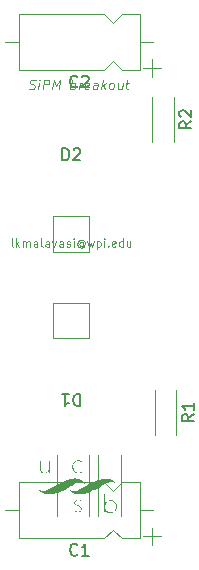
<source format=gbr>
%TF.GenerationSoftware,KiCad,Pcbnew,(6.0.8-1)-1*%
%TF.CreationDate,2023-05-30T17:25:45-07:00*%
%TF.ProjectId,SiPM_breakout,5369504d-5f62-4726-9561-6b6f75742e6b,rev?*%
%TF.SameCoordinates,Original*%
%TF.FileFunction,Legend,Top*%
%TF.FilePolarity,Positive*%
%FSLAX46Y46*%
G04 Gerber Fmt 4.6, Leading zero omitted, Abs format (unit mm)*
G04 Created by KiCad (PCBNEW (6.0.8-1)-1) date 2023-05-30 17:25:45*
%MOMM*%
%LPD*%
G01*
G04 APERTURE LIST*
%ADD10C,0.100000*%
%ADD11C,0.120000*%
%ADD12C,0.150000*%
G04 APERTURE END LIST*
D10*
X80283333Y-95316666D02*
X80216666Y-95283333D01*
X80183333Y-95216666D01*
X80183333Y-94616666D01*
X80550000Y-95316666D02*
X80550000Y-94616666D01*
X80616666Y-95050000D02*
X80816666Y-95316666D01*
X80816666Y-94850000D02*
X80550000Y-95116666D01*
X81116666Y-95316666D02*
X81116666Y-94850000D01*
X81116666Y-94916666D02*
X81150000Y-94883333D01*
X81216666Y-94850000D01*
X81316666Y-94850000D01*
X81383333Y-94883333D01*
X81416666Y-94950000D01*
X81416666Y-95316666D01*
X81416666Y-94950000D02*
X81450000Y-94883333D01*
X81516666Y-94850000D01*
X81616666Y-94850000D01*
X81683333Y-94883333D01*
X81716666Y-94950000D01*
X81716666Y-95316666D01*
X82350000Y-95316666D02*
X82350000Y-94950000D01*
X82316666Y-94883333D01*
X82250000Y-94850000D01*
X82116666Y-94850000D01*
X82050000Y-94883333D01*
X82350000Y-95283333D02*
X82283333Y-95316666D01*
X82116666Y-95316666D01*
X82050000Y-95283333D01*
X82016666Y-95216666D01*
X82016666Y-95150000D01*
X82050000Y-95083333D01*
X82116666Y-95050000D01*
X82283333Y-95050000D01*
X82350000Y-95016666D01*
X82783333Y-95316666D02*
X82716666Y-95283333D01*
X82683333Y-95216666D01*
X82683333Y-94616666D01*
X83350000Y-95316666D02*
X83350000Y-94950000D01*
X83316666Y-94883333D01*
X83250000Y-94850000D01*
X83116666Y-94850000D01*
X83050000Y-94883333D01*
X83350000Y-95283333D02*
X83283333Y-95316666D01*
X83116666Y-95316666D01*
X83050000Y-95283333D01*
X83016666Y-95216666D01*
X83016666Y-95150000D01*
X83050000Y-95083333D01*
X83116666Y-95050000D01*
X83283333Y-95050000D01*
X83350000Y-95016666D01*
X83616666Y-94850000D02*
X83783333Y-95316666D01*
X83950000Y-94850000D01*
X84516666Y-95316666D02*
X84516666Y-94950000D01*
X84483333Y-94883333D01*
X84416666Y-94850000D01*
X84283333Y-94850000D01*
X84216666Y-94883333D01*
X84516666Y-95283333D02*
X84450000Y-95316666D01*
X84283333Y-95316666D01*
X84216666Y-95283333D01*
X84183333Y-95216666D01*
X84183333Y-95150000D01*
X84216666Y-95083333D01*
X84283333Y-95050000D01*
X84450000Y-95050000D01*
X84516666Y-95016666D01*
X84816666Y-95283333D02*
X84883333Y-95316666D01*
X85016666Y-95316666D01*
X85083333Y-95283333D01*
X85116666Y-95216666D01*
X85116666Y-95183333D01*
X85083333Y-95116666D01*
X85016666Y-95083333D01*
X84916666Y-95083333D01*
X84850000Y-95050000D01*
X84816666Y-94983333D01*
X84816666Y-94950000D01*
X84850000Y-94883333D01*
X84916666Y-94850000D01*
X85016666Y-94850000D01*
X85083333Y-94883333D01*
X85416666Y-95316666D02*
X85416666Y-94850000D01*
X85416666Y-94616666D02*
X85383333Y-94650000D01*
X85416666Y-94683333D01*
X85450000Y-94650000D01*
X85416666Y-94616666D01*
X85416666Y-94683333D01*
X86183333Y-94983333D02*
X86150000Y-94950000D01*
X86083333Y-94916666D01*
X86016666Y-94916666D01*
X85950000Y-94950000D01*
X85916666Y-94983333D01*
X85883333Y-95050000D01*
X85883333Y-95116666D01*
X85916666Y-95183333D01*
X85950000Y-95216666D01*
X86016666Y-95250000D01*
X86083333Y-95250000D01*
X86150000Y-95216666D01*
X86183333Y-95183333D01*
X86183333Y-94916666D02*
X86183333Y-95183333D01*
X86216666Y-95216666D01*
X86250000Y-95216666D01*
X86316666Y-95183333D01*
X86350000Y-95116666D01*
X86350000Y-94950000D01*
X86283333Y-94850000D01*
X86183333Y-94783333D01*
X86050000Y-94750000D01*
X85916666Y-94783333D01*
X85816666Y-94850000D01*
X85750000Y-94950000D01*
X85716666Y-95083333D01*
X85750000Y-95216666D01*
X85816666Y-95316666D01*
X85916666Y-95383333D01*
X86050000Y-95416666D01*
X86183333Y-95383333D01*
X86283333Y-95316666D01*
X86583333Y-94850000D02*
X86716666Y-95316666D01*
X86850000Y-94983333D01*
X86983333Y-95316666D01*
X87116666Y-94850000D01*
X87383333Y-94850000D02*
X87383333Y-95550000D01*
X87383333Y-94883333D02*
X87450000Y-94850000D01*
X87583333Y-94850000D01*
X87650000Y-94883333D01*
X87683333Y-94916666D01*
X87716666Y-94983333D01*
X87716666Y-95183333D01*
X87683333Y-95250000D01*
X87650000Y-95283333D01*
X87583333Y-95316666D01*
X87450000Y-95316666D01*
X87383333Y-95283333D01*
X88016666Y-95316666D02*
X88016666Y-94850000D01*
X88016666Y-94616666D02*
X87983333Y-94650000D01*
X88016666Y-94683333D01*
X88050000Y-94650000D01*
X88016666Y-94616666D01*
X88016666Y-94683333D01*
X88350000Y-95250000D02*
X88383333Y-95283333D01*
X88350000Y-95316666D01*
X88316666Y-95283333D01*
X88350000Y-95250000D01*
X88350000Y-95316666D01*
X88950000Y-95283333D02*
X88883333Y-95316666D01*
X88750000Y-95316666D01*
X88683333Y-95283333D01*
X88650000Y-95216666D01*
X88650000Y-94950000D01*
X88683333Y-94883333D01*
X88750000Y-94850000D01*
X88883333Y-94850000D01*
X88950000Y-94883333D01*
X88983333Y-94950000D01*
X88983333Y-95016666D01*
X88650000Y-95083333D01*
X89583333Y-95316666D02*
X89583333Y-94616666D01*
X89583333Y-95283333D02*
X89516666Y-95316666D01*
X89383333Y-95316666D01*
X89316666Y-95283333D01*
X89283333Y-95250000D01*
X89250000Y-95183333D01*
X89250000Y-94983333D01*
X89283333Y-94916666D01*
X89316666Y-94883333D01*
X89383333Y-94850000D01*
X89516666Y-94850000D01*
X89583333Y-94883333D01*
X90216666Y-94850000D02*
X90216666Y-95316666D01*
X89916666Y-94850000D02*
X89916666Y-95216666D01*
X89950000Y-95283333D01*
X90016666Y-95316666D01*
X90116666Y-95316666D01*
X90183333Y-95283333D01*
X90216666Y-95250000D01*
D11*
X81639904Y-81923809D02*
X81749428Y-81961904D01*
X81939904Y-81961904D01*
X82020857Y-81923809D01*
X82063714Y-81885714D01*
X82111333Y-81809523D01*
X82120857Y-81733333D01*
X82092285Y-81657142D01*
X82058952Y-81619047D01*
X81987523Y-81580952D01*
X81839904Y-81542857D01*
X81768476Y-81504761D01*
X81735142Y-81466666D01*
X81706571Y-81390476D01*
X81716095Y-81314285D01*
X81763714Y-81238095D01*
X81806571Y-81200000D01*
X81887523Y-81161904D01*
X82078000Y-81161904D01*
X82187523Y-81200000D01*
X82435142Y-81961904D02*
X82501809Y-81428571D01*
X82535142Y-81161904D02*
X82492285Y-81200000D01*
X82525619Y-81238095D01*
X82568476Y-81200000D01*
X82535142Y-81161904D01*
X82525619Y-81238095D01*
X82816095Y-81961904D02*
X82916095Y-81161904D01*
X83220857Y-81161904D01*
X83292285Y-81200000D01*
X83325619Y-81238095D01*
X83354190Y-81314285D01*
X83339904Y-81428571D01*
X83292285Y-81504761D01*
X83249428Y-81542857D01*
X83168476Y-81580952D01*
X82863714Y-81580952D01*
X83616095Y-81961904D02*
X83716095Y-81161904D01*
X83911333Y-81733333D01*
X84249428Y-81161904D01*
X84149428Y-81961904D01*
X85139904Y-81961904D02*
X85239904Y-81161904D01*
X85201809Y-81466666D02*
X85282761Y-81428571D01*
X85435142Y-81428571D01*
X85506571Y-81466666D01*
X85539904Y-81504761D01*
X85568476Y-81580952D01*
X85539904Y-81809523D01*
X85492285Y-81885714D01*
X85449428Y-81923809D01*
X85368476Y-81961904D01*
X85216095Y-81961904D01*
X85144666Y-81923809D01*
X85863714Y-81961904D02*
X85930380Y-81428571D01*
X85911333Y-81580952D02*
X85958952Y-81504761D01*
X86001809Y-81466666D01*
X86082761Y-81428571D01*
X86158952Y-81428571D01*
X86668476Y-81923809D02*
X86587523Y-81961904D01*
X86435142Y-81961904D01*
X86363714Y-81923809D01*
X86335142Y-81847619D01*
X86373238Y-81542857D01*
X86420857Y-81466666D01*
X86501809Y-81428571D01*
X86654190Y-81428571D01*
X86725619Y-81466666D01*
X86754190Y-81542857D01*
X86744666Y-81619047D01*
X86354190Y-81695238D01*
X87387523Y-81961904D02*
X87439904Y-81542857D01*
X87411333Y-81466666D01*
X87339904Y-81428571D01*
X87187523Y-81428571D01*
X87106571Y-81466666D01*
X87392285Y-81923809D02*
X87311333Y-81961904D01*
X87120857Y-81961904D01*
X87049428Y-81923809D01*
X87020857Y-81847619D01*
X87030380Y-81771428D01*
X87078000Y-81695238D01*
X87158952Y-81657142D01*
X87349428Y-81657142D01*
X87430380Y-81619047D01*
X87768476Y-81961904D02*
X87868476Y-81161904D01*
X87882761Y-81657142D02*
X88073238Y-81961904D01*
X88139904Y-81428571D02*
X87797047Y-81733333D01*
X88530380Y-81961904D02*
X88458952Y-81923809D01*
X88425619Y-81885714D01*
X88397047Y-81809523D01*
X88425619Y-81580952D01*
X88473238Y-81504761D01*
X88516095Y-81466666D01*
X88597047Y-81428571D01*
X88711333Y-81428571D01*
X88782761Y-81466666D01*
X88816095Y-81504761D01*
X88844666Y-81580952D01*
X88816095Y-81809523D01*
X88768476Y-81885714D01*
X88725619Y-81923809D01*
X88644666Y-81961904D01*
X88530380Y-81961904D01*
X89549428Y-81428571D02*
X89482761Y-81961904D01*
X89206571Y-81428571D02*
X89154190Y-81847619D01*
X89182761Y-81923809D01*
X89254190Y-81961904D01*
X89368476Y-81961904D01*
X89449428Y-81923809D01*
X89492285Y-81885714D01*
X89816095Y-81428571D02*
X90120857Y-81428571D01*
X89963714Y-81161904D02*
X89878000Y-81847619D01*
X89906571Y-81923809D01*
X89978000Y-81961904D01*
X90054190Y-81961904D01*
D12*
%TO.C,C2*%
X85733333Y-81727142D02*
X85685714Y-81774761D01*
X85542857Y-81822380D01*
X85447619Y-81822380D01*
X85304761Y-81774761D01*
X85209523Y-81679523D01*
X85161904Y-81584285D01*
X85114285Y-81393809D01*
X85114285Y-81250952D01*
X85161904Y-81060476D01*
X85209523Y-80965238D01*
X85304761Y-80870000D01*
X85447619Y-80822380D01*
X85542857Y-80822380D01*
X85685714Y-80870000D01*
X85733333Y-80917619D01*
X86114285Y-80917619D02*
X86161904Y-80870000D01*
X86257142Y-80822380D01*
X86495238Y-80822380D01*
X86590476Y-80870000D01*
X86638095Y-80917619D01*
X86685714Y-81012857D01*
X86685714Y-81108095D01*
X86638095Y-81250952D01*
X86066666Y-81822380D01*
X86685714Y-81822380D01*
%TO.C,C1*%
X85733333Y-121369642D02*
X85685714Y-121417261D01*
X85542857Y-121464880D01*
X85447619Y-121464880D01*
X85304761Y-121417261D01*
X85209523Y-121322023D01*
X85161904Y-121226785D01*
X85114285Y-121036309D01*
X85114285Y-120893452D01*
X85161904Y-120702976D01*
X85209523Y-120607738D01*
X85304761Y-120512500D01*
X85447619Y-120464880D01*
X85542857Y-120464880D01*
X85685714Y-120512500D01*
X85733333Y-120560119D01*
X86685714Y-121464880D02*
X86114285Y-121464880D01*
X86400000Y-121464880D02*
X86400000Y-120464880D01*
X86304761Y-120607738D01*
X86209523Y-120702976D01*
X86114285Y-120750595D01*
%TO.C,R2*%
X95372380Y-84706666D02*
X94896190Y-85040000D01*
X95372380Y-85278095D02*
X94372380Y-85278095D01*
X94372380Y-84897142D01*
X94420000Y-84801904D01*
X94467619Y-84754285D01*
X94562857Y-84706666D01*
X94705714Y-84706666D01*
X94800952Y-84754285D01*
X94848571Y-84801904D01*
X94896190Y-84897142D01*
X94896190Y-85278095D01*
X94467619Y-84325714D02*
X94420000Y-84278095D01*
X94372380Y-84182857D01*
X94372380Y-83944761D01*
X94420000Y-83849523D01*
X94467619Y-83801904D01*
X94562857Y-83754285D01*
X94658095Y-83754285D01*
X94800952Y-83801904D01*
X95372380Y-84373333D01*
X95372380Y-83754285D01*
%TO.C,R1*%
X95572380Y-109506666D02*
X95096190Y-109840000D01*
X95572380Y-110078095D02*
X94572380Y-110078095D01*
X94572380Y-109697142D01*
X94620000Y-109601904D01*
X94667619Y-109554285D01*
X94762857Y-109506666D01*
X94905714Y-109506666D01*
X95000952Y-109554285D01*
X95048571Y-109601904D01*
X95096190Y-109697142D01*
X95096190Y-110078095D01*
X95572380Y-108554285D02*
X95572380Y-109125714D01*
X95572380Y-108840000D02*
X94572380Y-108840000D01*
X94715238Y-108935238D01*
X94810476Y-109030476D01*
X94858095Y-109125714D01*
%TO.C,D1*%
X85938095Y-107802619D02*
X85938095Y-108802619D01*
X85700000Y-108802619D01*
X85557142Y-108755000D01*
X85461904Y-108659761D01*
X85414285Y-108564523D01*
X85366666Y-108374047D01*
X85366666Y-108231190D01*
X85414285Y-108040714D01*
X85461904Y-107945476D01*
X85557142Y-107850238D01*
X85700000Y-107802619D01*
X85938095Y-107802619D01*
X84414285Y-107802619D02*
X84985714Y-107802619D01*
X84700000Y-107802619D02*
X84700000Y-108802619D01*
X84795238Y-108659761D01*
X84890476Y-108564523D01*
X84985714Y-108516904D01*
%TO.C,D2*%
X84461904Y-87997380D02*
X84461904Y-86997380D01*
X84700000Y-86997380D01*
X84842857Y-87045000D01*
X84938095Y-87140238D01*
X84985714Y-87235476D01*
X85033333Y-87425952D01*
X85033333Y-87568809D01*
X84985714Y-87759285D01*
X84938095Y-87854523D01*
X84842857Y-87949761D01*
X84700000Y-87997380D01*
X84461904Y-87997380D01*
X85414285Y-87092619D02*
X85461904Y-87045000D01*
X85557142Y-86997380D01*
X85795238Y-86997380D01*
X85890476Y-87045000D01*
X85938095Y-87092619D01*
X85985714Y-87187857D01*
X85985714Y-87283095D01*
X85938095Y-87425952D01*
X85366666Y-87997380D01*
X85985714Y-87997380D01*
D11*
%TO.C,C2*%
X88020000Y-75630000D02*
X80780000Y-75630000D01*
X92770000Y-80200000D02*
X91270000Y-80200000D01*
X88770000Y-79620000D02*
X88020000Y-80370000D01*
X80780000Y-80370000D02*
X80780000Y-75630000D01*
X91020000Y-80370000D02*
X91020000Y-75630000D01*
X89520000Y-80370000D02*
X88770000Y-79620000D01*
X91020000Y-80370000D02*
X89520000Y-80370000D01*
X89520000Y-75630000D02*
X88770000Y-76380000D01*
X88770000Y-76380000D02*
X88020000Y-75630000D01*
X88020000Y-80370000D02*
X80780000Y-80370000D01*
X79640000Y-78000000D02*
X80780000Y-78000000D01*
X91020000Y-75630000D02*
X89520000Y-75630000D01*
X92020000Y-80950000D02*
X92020000Y-79450000D01*
X92160000Y-78000000D02*
X91020000Y-78000000D01*
%TO.C,C1*%
X88020000Y-115272500D02*
X80780000Y-115272500D01*
X92770000Y-119842500D02*
X91270000Y-119842500D01*
X88770000Y-119262500D02*
X88020000Y-120012500D01*
X80780000Y-120012500D02*
X80780000Y-115272500D01*
X91020000Y-120012500D02*
X91020000Y-115272500D01*
X89520000Y-120012500D02*
X88770000Y-119262500D01*
X91020000Y-120012500D02*
X89520000Y-120012500D01*
X89520000Y-115272500D02*
X88770000Y-116022500D01*
X88770000Y-116022500D02*
X88020000Y-115272500D01*
X88020000Y-120012500D02*
X80780000Y-120012500D01*
X79640000Y-117642500D02*
X80780000Y-117642500D01*
X91020000Y-115272500D02*
X89520000Y-115272500D01*
X92020000Y-120592500D02*
X92020000Y-119092500D01*
X92160000Y-117642500D02*
X91020000Y-117642500D01*
%TO.C,R2*%
X92080000Y-82620000D02*
X92080000Y-86460000D01*
X93920000Y-82620000D02*
X93920000Y-86460000D01*
%TO.C,R1*%
X92280000Y-107420000D02*
X92280000Y-111260000D01*
X94120000Y-107420000D02*
X94120000Y-111260000D01*
%TO.C,D1*%
X86700000Y-103055000D02*
X83700000Y-103055000D01*
X83700000Y-103055000D02*
X83700000Y-100055000D01*
X83700000Y-100055000D02*
X86700000Y-100055000D01*
X86700000Y-100055000D02*
X86700000Y-103055000D01*
%TO.C,D2*%
X83700000Y-92745000D02*
X86700000Y-92745000D01*
X86700000Y-92745000D02*
X86700000Y-95745000D01*
X86700000Y-95745000D02*
X83700000Y-95745000D01*
X83700000Y-95745000D02*
X83700000Y-92745000D01*
%TO.C,G\u002A\u002A\u002A*%
G36*
X89497852Y-118236993D02*
G01*
X89164439Y-118236993D01*
X89014001Y-118234358D01*
X88903912Y-118226923D01*
X88841917Y-118215392D01*
X88831026Y-118206683D01*
X88859843Y-118192602D01*
X88940472Y-118182422D01*
X89064178Y-118177016D01*
X89134129Y-118176373D01*
X89437232Y-118176373D01*
X89437232Y-112965128D01*
X89126551Y-112955305D01*
X88815871Y-112945482D01*
X89156862Y-112939090D01*
X89497852Y-112932697D01*
X89497852Y-118236993D01*
G37*
G36*
X85095287Y-112939135D02*
G01*
X85451432Y-112945572D01*
X85125597Y-112955315D01*
X84799761Y-112965058D01*
X84799761Y-114024892D01*
X84799973Y-114271538D01*
X84800573Y-114497850D01*
X84801513Y-114696966D01*
X84802743Y-114862022D01*
X84804213Y-114986158D01*
X84805874Y-115062510D01*
X84807436Y-115084726D01*
X84838062Y-115076935D01*
X84911746Y-115056383D01*
X85013356Y-115027299D01*
X85027185Y-115023298D01*
X85277349Y-114966279D01*
X85517205Y-114940880D01*
X85732104Y-114947965D01*
X85863766Y-114973845D01*
X86005144Y-115027906D01*
X86131995Y-115099994D01*
X86235467Y-115182027D01*
X86306710Y-115265926D01*
X86336871Y-115343607D01*
X86325655Y-115395554D01*
X86301769Y-115399873D01*
X86281577Y-115364398D01*
X86231428Y-115307794D01*
X86133789Y-115263127D01*
X86131215Y-115262348D01*
X86033893Y-115244697D01*
X85926082Y-115250120D01*
X85800101Y-115281116D01*
X85648270Y-115340188D01*
X85462909Y-115429837D01*
X85236339Y-115552562D01*
X85231275Y-115555405D01*
X84801087Y-115797017D01*
X84799761Y-118176373D01*
X85087709Y-118176373D01*
X85223530Y-118179396D01*
X85321086Y-118187812D01*
X85371068Y-118200642D01*
X85375656Y-118206683D01*
X85346752Y-118220557D01*
X85265517Y-118230650D01*
X85140166Y-118236180D01*
X85057399Y-118236993D01*
X84739141Y-118236993D01*
X84739141Y-115844663D01*
X84497222Y-115961652D01*
X84375527Y-116019108D01*
X84263732Y-116069458D01*
X84180985Y-116104152D01*
X84163809Y-116110537D01*
X84072315Y-116142432D01*
X84072315Y-118236993D01*
X83721958Y-118236993D01*
X83558840Y-118234529D01*
X83448844Y-118227311D01*
X83394812Y-118215598D01*
X83390334Y-118206683D01*
X83427113Y-118193615D01*
X83511102Y-118183447D01*
X83628912Y-118177446D01*
X83710381Y-118176373D01*
X84011695Y-118176373D01*
X84011695Y-117174092D01*
X84011529Y-116901044D01*
X84010819Y-116682682D01*
X84009245Y-116513071D01*
X84006489Y-116386277D01*
X84002231Y-116296365D01*
X83996151Y-116237400D01*
X83987931Y-116203449D01*
X83977250Y-116188577D01*
X83963791Y-116186849D01*
X83958652Y-116188162D01*
X83690136Y-116254945D01*
X83427081Y-116290303D01*
X83181081Y-116294030D01*
X82963726Y-116265916D01*
X82793207Y-116208990D01*
X82647110Y-116123041D01*
X82547513Y-116030541D01*
X82500253Y-115937449D01*
X82497146Y-115906547D01*
X82501565Y-115854284D01*
X82518424Y-115855628D01*
X82535033Y-115875419D01*
X82623481Y-115949335D01*
X82751347Y-115987312D01*
X82858886Y-115994034D01*
X82937499Y-115991081D01*
X83012434Y-115979619D01*
X83093275Y-115955747D01*
X83189606Y-115915562D01*
X83311009Y-115855160D01*
X83467070Y-115770639D01*
X83625133Y-115682005D01*
X84011484Y-115463604D01*
X84011589Y-114214331D01*
X84011695Y-112965058D01*
X83685859Y-112955315D01*
X83360024Y-112945572D01*
X83716170Y-112939135D01*
X84072315Y-112932697D01*
X84072315Y-114177944D01*
X84072848Y-114445505D01*
X84074370Y-114692807D01*
X84076766Y-114913597D01*
X84079921Y-115101623D01*
X84083719Y-115250632D01*
X84088046Y-115354372D01*
X84092786Y-115406589D01*
X84095048Y-115411600D01*
X84163499Y-115377943D01*
X84263700Y-115330117D01*
X84379490Y-115275663D01*
X84494709Y-115222119D01*
X84593195Y-115177026D01*
X84658787Y-115147922D01*
X84670943Y-115142924D01*
X84739141Y-115116537D01*
X84739141Y-112932697D01*
X85095287Y-112939135D01*
G37*
G36*
X86040260Y-113447277D02*
G01*
X86116045Y-113493616D01*
X86159811Y-113535304D01*
X86152701Y-113552017D01*
X86099229Y-113543426D01*
X86003905Y-113509197D01*
X85988933Y-113502957D01*
X85891906Y-113465793D01*
X85821377Y-113453490D01*
X85749810Y-113463424D01*
X85705020Y-113475914D01*
X85559592Y-113548455D01*
X85449718Y-113662754D01*
X85386138Y-113807297D01*
X85383151Y-113820917D01*
X85370690Y-114002582D01*
X85406425Y-114162232D01*
X85484565Y-114292493D01*
X85599321Y-114385987D01*
X85744900Y-114435340D01*
X85868505Y-114439154D01*
X85967697Y-114420964D01*
X86048671Y-114389666D01*
X86070090Y-114374880D01*
X86121947Y-114344068D01*
X86146525Y-114353974D01*
X86140406Y-114392492D01*
X86088582Y-114433837D01*
X86005109Y-114470666D01*
X85904043Y-114495637D01*
X85866475Y-114500272D01*
X85739931Y-114497466D01*
X85620791Y-114458676D01*
X85588073Y-114442614D01*
X85446325Y-114338994D01*
X85350202Y-114204338D01*
X85301355Y-114049344D01*
X85301437Y-113884703D01*
X85352101Y-113721112D01*
X85453420Y-113571003D01*
X85582098Y-113468660D01*
X85732523Y-113412788D01*
X85890107Y-113405093D01*
X86040260Y-113447277D01*
G37*
G36*
X87808438Y-112939090D02*
G01*
X88149046Y-112945482D01*
X87838365Y-112955305D01*
X87527685Y-112965128D01*
X87527685Y-114009772D01*
X87528056Y-114254579D01*
X87529109Y-114479002D01*
X87530756Y-114676129D01*
X87532911Y-114839049D01*
X87535484Y-114960849D01*
X87538389Y-115034616D01*
X87540959Y-115054416D01*
X87574917Y-115047993D01*
X87651623Y-115031108D01*
X87754855Y-115007338D01*
X87760709Y-115005966D01*
X87988126Y-114967888D01*
X88214631Y-114957574D01*
X88420820Y-114975039D01*
X88547223Y-115005293D01*
X88678757Y-115064601D01*
X88797001Y-115145779D01*
X88887051Y-115236446D01*
X88934005Y-115324219D01*
X88934712Y-115327208D01*
X88941534Y-115369738D01*
X88934094Y-115364458D01*
X88876232Y-115304329D01*
X88775688Y-115262184D01*
X88648427Y-115240670D01*
X88510415Y-115242431D01*
X88377617Y-115270111D01*
X88373318Y-115271562D01*
X88309196Y-115299429D01*
X88205784Y-115351024D01*
X88076169Y-115419556D01*
X87933438Y-115498236D01*
X87898986Y-115517703D01*
X87527685Y-115728559D01*
X87527685Y-118176373D01*
X87815633Y-118176373D01*
X87951453Y-118179396D01*
X88049009Y-118187812D01*
X88098992Y-118200642D01*
X88103580Y-118206683D01*
X88074676Y-118220557D01*
X87993441Y-118230650D01*
X87868089Y-118236180D01*
X87785322Y-118236993D01*
X87467065Y-118236993D01*
X87467065Y-117006902D01*
X87466408Y-116715030D01*
X87464510Y-116454293D01*
X87461479Y-116229530D01*
X87457426Y-116045577D01*
X87452459Y-115907271D01*
X87446686Y-115819449D01*
X87440217Y-115786948D01*
X87439570Y-115786914D01*
X87402667Y-115803255D01*
X87323018Y-115840081D01*
X87212607Y-115891810D01*
X87092468Y-115948568D01*
X86772859Y-116100120D01*
X86771394Y-117168557D01*
X86769929Y-118236993D01*
X86436516Y-118236993D01*
X86286078Y-118234358D01*
X86175988Y-118226923D01*
X86113994Y-118215392D01*
X86103103Y-118206683D01*
X86132007Y-118192809D01*
X86213242Y-118182716D01*
X86338594Y-118177186D01*
X86421361Y-118176373D01*
X86739618Y-118176373D01*
X86739618Y-117160979D01*
X86738946Y-116919753D01*
X86737037Y-116699009D01*
X86734052Y-116505758D01*
X86730154Y-116347010D01*
X86725505Y-116229778D01*
X86720266Y-116161071D01*
X86716190Y-116145585D01*
X86678681Y-116152756D01*
X86596058Y-116172108D01*
X86481834Y-116200397D01*
X86390355Y-116223771D01*
X86222748Y-116263417D01*
X86087032Y-116285079D01*
X85958198Y-116291675D01*
X85840751Y-116287924D01*
X85657027Y-116264759D01*
X85486644Y-116219777D01*
X85339376Y-116157873D01*
X85224998Y-116083947D01*
X85153288Y-116002896D01*
X85133174Y-115933413D01*
X85135851Y-115892322D01*
X85153754Y-115895096D01*
X85192104Y-115931723D01*
X85290083Y-115990477D01*
X85424913Y-116016418D01*
X85580986Y-116007115D01*
X85622616Y-115998740D01*
X85696933Y-115972646D01*
X85811680Y-115921366D01*
X85955145Y-115850638D01*
X86115619Y-115766199D01*
X86255094Y-115688817D01*
X86740301Y-115412887D01*
X86724463Y-112978163D01*
X86406205Y-112961363D01*
X86087948Y-112944564D01*
X86428938Y-112938630D01*
X86769929Y-112932697D01*
X86769929Y-114163506D01*
X86770287Y-114480050D01*
X86771455Y-114740494D01*
X86773573Y-114949351D01*
X86776784Y-115111139D01*
X86781226Y-115230371D01*
X86787043Y-115311564D01*
X86794373Y-115359234D01*
X86803359Y-115377895D01*
X86807816Y-115378104D01*
X86849665Y-115359452D01*
X86933587Y-115321524D01*
X87046520Y-115270236D01*
X87148807Y-115223642D01*
X87451909Y-115085390D01*
X87459870Y-114009044D01*
X87467830Y-112932697D01*
X87808438Y-112939090D01*
G37*
G36*
X83387472Y-113447091D02*
G01*
X83396904Y-113531962D01*
X83403135Y-113667146D01*
X83405825Y-113847516D01*
X83405903Y-113879893D01*
X83407286Y-114046797D01*
X83410815Y-114196892D01*
X83416022Y-114317510D01*
X83422440Y-114395981D01*
X83425655Y-114414381D01*
X83431790Y-114466446D01*
X83406337Y-114473837D01*
X83402508Y-114472667D01*
X83370408Y-114435646D01*
X83350854Y-114365125D01*
X83350414Y-114361019D01*
X83340804Y-114263342D01*
X83277127Y-114344294D01*
X83166523Y-114441543D01*
X83031767Y-114494628D01*
X82889519Y-114500146D01*
X82756440Y-114454694D01*
X82751403Y-114451682D01*
X82682914Y-114398419D01*
X82633621Y-114328486D01*
X82600761Y-114232126D01*
X82581571Y-114099585D01*
X82573287Y-113921107D01*
X82572377Y-113819671D01*
X82575117Y-113639342D01*
X82582844Y-113518717D01*
X82594100Y-113457221D01*
X82607428Y-113454281D01*
X82621373Y-113509322D01*
X82634478Y-113621770D01*
X82645286Y-113791052D01*
X82647733Y-113849365D01*
X82657314Y-114027731D01*
X82670846Y-114172823D01*
X82687210Y-114274854D01*
X82701470Y-114318697D01*
X82780478Y-114404051D01*
X82884787Y-114444680D01*
X83001260Y-114442733D01*
X83116756Y-114400355D01*
X83218135Y-114319697D01*
X83282909Y-114223651D01*
X83311721Y-114153163D01*
X83330243Y-114074583D01*
X83340506Y-113972600D01*
X83344542Y-113831903D01*
X83344869Y-113756660D01*
X83347463Y-113604493D01*
X83354792Y-113492904D01*
X83366179Y-113429478D01*
X83375179Y-113417662D01*
X83387472Y-113447091D01*
G37*
G36*
X85881911Y-116722864D02*
G01*
X85970994Y-116754419D01*
X86043225Y-116799725D01*
X86083912Y-116847407D01*
X86084035Y-116879362D01*
X86052379Y-116882170D01*
X86001397Y-116848979D01*
X85900914Y-116787030D01*
X85793928Y-116766755D01*
X85691943Y-116782525D01*
X85606465Y-116828709D01*
X85548997Y-116899676D01*
X85531045Y-116989797D01*
X85551578Y-117069116D01*
X85595099Y-117119962D01*
X85682552Y-117168103D01*
X85788521Y-117207667D01*
X85959855Y-117280416D01*
X86074112Y-117364828D01*
X86130503Y-117459436D01*
X86128242Y-117562771D01*
X86066541Y-117673363D01*
X86049077Y-117693910D01*
X85943669Y-117769708D01*
X85810786Y-117804743D01*
X85670835Y-117795430D01*
X85602972Y-117772294D01*
X85522752Y-117725363D01*
X85464615Y-117672405D01*
X85441203Y-117626614D01*
X85447232Y-117609729D01*
X85479964Y-117614521D01*
X85533195Y-117652574D01*
X85538136Y-117657127D01*
X85643296Y-117722624D01*
X85763033Y-117746856D01*
X85880957Y-117731875D01*
X85980675Y-117679729D01*
X86045282Y-117593718D01*
X86066595Y-117501238D01*
X86043173Y-117423546D01*
X85970411Y-117355023D01*
X85843706Y-117290050D01*
X85774128Y-117262775D01*
X85662133Y-117216456D01*
X85569740Y-117169198D01*
X85514602Y-117130194D01*
X85510562Y-117125527D01*
X85474999Y-117036370D01*
X85473770Y-116929686D01*
X85506844Y-116837885D01*
X85510847Y-116832318D01*
X85589557Y-116769925D01*
X85702139Y-116728586D01*
X85823397Y-116715733D01*
X85881911Y-116722864D01*
G37*
G36*
X82382518Y-112938630D02*
G01*
X82723509Y-112944564D01*
X82405251Y-112961363D01*
X82086993Y-112978163D01*
X82071499Y-118176373D01*
X82374771Y-118176373D01*
X82515633Y-118179253D01*
X82617481Y-118187312D01*
X82671587Y-118199678D01*
X82678043Y-118206683D01*
X82649139Y-118220557D01*
X82567904Y-118230650D01*
X82442552Y-118236180D01*
X82359785Y-118236993D01*
X82041528Y-118236993D01*
X82041528Y-112932697D01*
X82382518Y-112938630D01*
G37*
G36*
X88012649Y-116994273D02*
G01*
X88013006Y-116742297D01*
X88014300Y-116544629D01*
X88016871Y-116394959D01*
X88021055Y-116286978D01*
X88027192Y-116214374D01*
X88035619Y-116170840D01*
X88046674Y-116150065D01*
X88058115Y-116145585D01*
X88076228Y-116153976D01*
X88088922Y-116184868D01*
X88097091Y-116246841D01*
X88101628Y-116348472D01*
X88103426Y-116498341D01*
X88103580Y-116582053D01*
X88103580Y-117018521D01*
X88203919Y-116918182D01*
X88338805Y-116821630D01*
X88490851Y-116775102D01*
X88647213Y-116777206D01*
X88795051Y-116826554D01*
X88921524Y-116921756D01*
X88983156Y-117002510D01*
X89051628Y-117162369D01*
X89070410Y-117323168D01*
X89045535Y-117477000D01*
X88983035Y-117615954D01*
X88888942Y-117732123D01*
X88769289Y-117817599D01*
X88630108Y-117864472D01*
X88477431Y-117864834D01*
X88353490Y-117828019D01*
X88261636Y-117773792D01*
X88179256Y-117703592D01*
X88179206Y-117703538D01*
X88103580Y-117621936D01*
X88103580Y-117732448D01*
X88094517Y-117812647D01*
X88065219Y-117842373D01*
X88058115Y-117842960D01*
X88044616Y-117836308D01*
X88034027Y-117812145D01*
X88026009Y-117764161D01*
X88020224Y-117686047D01*
X88016334Y-117571493D01*
X88014002Y-117414189D01*
X88013811Y-117378850D01*
X88099275Y-117378850D01*
X88106145Y-117429472D01*
X88160820Y-117581734D01*
X88257743Y-117699756D01*
X88385630Y-117777746D01*
X88533199Y-117809913D01*
X88689166Y-117790465D01*
X88757770Y-117763957D01*
X88875509Y-117678097D01*
X88954184Y-117559286D01*
X88994864Y-117419751D01*
X88998616Y-117271720D01*
X88966508Y-117127421D01*
X88899608Y-116999082D01*
X88798983Y-116898932D01*
X88677262Y-116842125D01*
X88518957Y-116827025D01*
X88375215Y-116864264D01*
X88253705Y-116945954D01*
X88162099Y-117064207D01*
X88108065Y-117211135D01*
X88099275Y-117378850D01*
X88013811Y-117378850D01*
X88012889Y-117207826D01*
X88012649Y-116994273D01*
G37*
%TD*%
M02*

</source>
